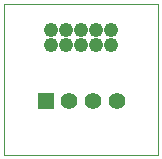
<source format=gts>
G75*
%MOIN*%
%OFA0B0*%
%FSLAX25Y25*%
%IPPOS*%
%LPD*%
%AMOC8*
5,1,8,0,0,1.08239X$1,22.5*
%
%ADD10C,0.00000*%
%ADD11R,0.05550X0.05550*%
%ADD12C,0.05550*%
%ADD13C,0.04762*%
D10*
X0005000Y0010000D02*
X0005000Y0060361D01*
X0056501Y0060361D01*
X0056470Y0009970D01*
X0005000Y0010000D01*
D11*
X0018989Y0028000D03*
D12*
X0026863Y0028000D03*
X0034737Y0028000D03*
X0042611Y0028000D03*
D13*
X0040800Y0046800D03*
X0040800Y0051800D03*
X0035800Y0051800D03*
X0035800Y0046800D03*
X0030800Y0046800D03*
X0030800Y0051800D03*
X0025800Y0051800D03*
X0025800Y0046800D03*
X0020800Y0046800D03*
X0020800Y0051800D03*
M02*

</source>
